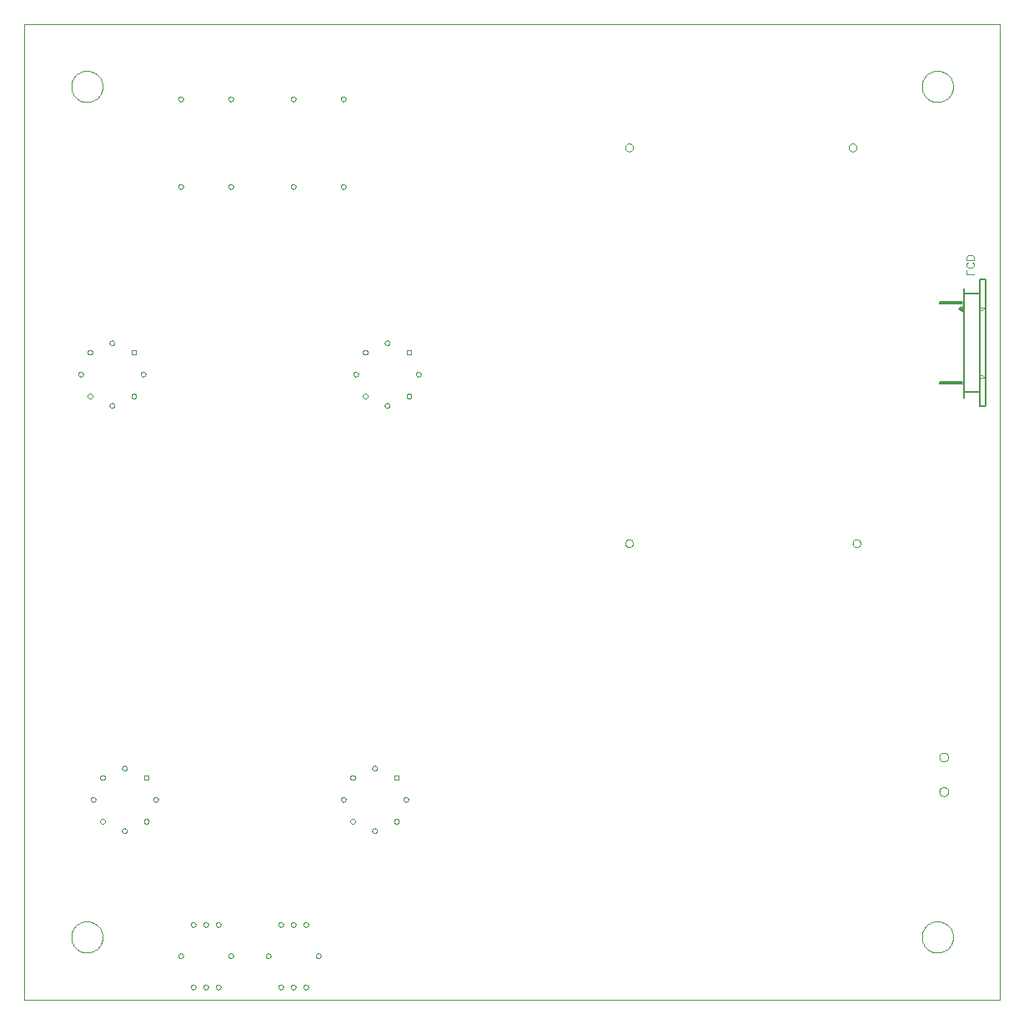
<source format=gbo>
G75*
G70*
%OFA0B0*%
%FSLAX24Y24*%
%IPPOS*%
%LPD*%
%AMOC8*
5,1,8,0,0,1.08239X$1,22.5*
%
%ADD10C,0.0000*%
%ADD11C,0.0080*%
%ADD12C,0.0040*%
D10*
X000504Y000161D02*
X000504Y039161D01*
X039504Y039161D01*
X039504Y000161D01*
X000504Y000161D01*
X002379Y002661D02*
X002381Y002711D01*
X002387Y002760D01*
X002397Y002809D01*
X002410Y002856D01*
X002428Y002903D01*
X002449Y002948D01*
X002473Y002991D01*
X002501Y003032D01*
X002532Y003071D01*
X002566Y003107D01*
X002603Y003141D01*
X002643Y003171D01*
X002684Y003198D01*
X002728Y003222D01*
X002773Y003242D01*
X002820Y003258D01*
X002868Y003271D01*
X002917Y003280D01*
X002967Y003285D01*
X003016Y003286D01*
X003066Y003283D01*
X003115Y003276D01*
X003164Y003265D01*
X003211Y003251D01*
X003257Y003232D01*
X003302Y003210D01*
X003345Y003185D01*
X003385Y003156D01*
X003423Y003124D01*
X003459Y003090D01*
X003492Y003052D01*
X003521Y003012D01*
X003547Y002970D01*
X003570Y002926D01*
X003589Y002880D01*
X003605Y002833D01*
X003617Y002784D01*
X003625Y002735D01*
X003629Y002686D01*
X003629Y002636D01*
X003625Y002587D01*
X003617Y002538D01*
X003605Y002489D01*
X003589Y002442D01*
X003570Y002396D01*
X003547Y002352D01*
X003521Y002310D01*
X003492Y002270D01*
X003459Y002232D01*
X003423Y002198D01*
X003385Y002166D01*
X003345Y002137D01*
X003302Y002112D01*
X003257Y002090D01*
X003211Y002071D01*
X003164Y002057D01*
X003115Y002046D01*
X003066Y002039D01*
X003016Y002036D01*
X002967Y002037D01*
X002917Y002042D01*
X002868Y002051D01*
X002820Y002064D01*
X002773Y002080D01*
X002728Y002100D01*
X002684Y002124D01*
X002643Y002151D01*
X002603Y002181D01*
X002566Y002215D01*
X002532Y002251D01*
X002501Y002290D01*
X002473Y002331D01*
X002449Y002374D01*
X002428Y002419D01*
X002410Y002466D01*
X002397Y002513D01*
X002387Y002562D01*
X002381Y002611D01*
X002379Y002661D01*
X004406Y006911D02*
X004408Y006930D01*
X004413Y006949D01*
X004423Y006965D01*
X004435Y006980D01*
X004450Y006992D01*
X004466Y007002D01*
X004485Y007007D01*
X004504Y007009D01*
X004523Y007007D01*
X004542Y007002D01*
X004558Y006992D01*
X004573Y006980D01*
X004585Y006965D01*
X004595Y006949D01*
X004600Y006930D01*
X004602Y006911D01*
X004600Y006892D01*
X004595Y006873D01*
X004585Y006857D01*
X004573Y006842D01*
X004558Y006830D01*
X004542Y006820D01*
X004523Y006815D01*
X004504Y006813D01*
X004485Y006815D01*
X004466Y006820D01*
X004450Y006830D01*
X004435Y006842D01*
X004423Y006857D01*
X004413Y006873D01*
X004408Y006892D01*
X004406Y006911D01*
X003531Y007286D02*
X003533Y007305D01*
X003538Y007324D01*
X003548Y007340D01*
X003560Y007355D01*
X003575Y007367D01*
X003591Y007377D01*
X003610Y007382D01*
X003629Y007384D01*
X003648Y007382D01*
X003667Y007377D01*
X003683Y007367D01*
X003698Y007355D01*
X003710Y007340D01*
X003720Y007324D01*
X003725Y007305D01*
X003727Y007286D01*
X003725Y007267D01*
X003720Y007248D01*
X003710Y007232D01*
X003698Y007217D01*
X003683Y007205D01*
X003667Y007195D01*
X003648Y007190D01*
X003629Y007188D01*
X003610Y007190D01*
X003591Y007195D01*
X003575Y007205D01*
X003560Y007217D01*
X003548Y007232D01*
X003538Y007248D01*
X003533Y007267D01*
X003531Y007286D01*
X003156Y008161D02*
X003158Y008180D01*
X003163Y008199D01*
X003173Y008215D01*
X003185Y008230D01*
X003200Y008242D01*
X003216Y008252D01*
X003235Y008257D01*
X003254Y008259D01*
X003273Y008257D01*
X003292Y008252D01*
X003308Y008242D01*
X003323Y008230D01*
X003335Y008215D01*
X003345Y008199D01*
X003350Y008180D01*
X003352Y008161D01*
X003350Y008142D01*
X003345Y008123D01*
X003335Y008107D01*
X003323Y008092D01*
X003308Y008080D01*
X003292Y008070D01*
X003273Y008065D01*
X003254Y008063D01*
X003235Y008065D01*
X003216Y008070D01*
X003200Y008080D01*
X003185Y008092D01*
X003173Y008107D01*
X003163Y008123D01*
X003158Y008142D01*
X003156Y008161D01*
X003531Y009036D02*
X003533Y009055D01*
X003538Y009074D01*
X003548Y009090D01*
X003560Y009105D01*
X003575Y009117D01*
X003591Y009127D01*
X003610Y009132D01*
X003629Y009134D01*
X003648Y009132D01*
X003667Y009127D01*
X003683Y009117D01*
X003698Y009105D01*
X003710Y009090D01*
X003720Y009074D01*
X003725Y009055D01*
X003727Y009036D01*
X003725Y009017D01*
X003720Y008998D01*
X003710Y008982D01*
X003698Y008967D01*
X003683Y008955D01*
X003667Y008945D01*
X003648Y008940D01*
X003629Y008938D01*
X003610Y008940D01*
X003591Y008945D01*
X003575Y008955D01*
X003560Y008967D01*
X003548Y008982D01*
X003538Y008998D01*
X003533Y009017D01*
X003531Y009036D01*
X004406Y009411D02*
X004408Y009430D01*
X004413Y009449D01*
X004423Y009465D01*
X004435Y009480D01*
X004450Y009492D01*
X004466Y009502D01*
X004485Y009507D01*
X004504Y009509D01*
X004523Y009507D01*
X004542Y009502D01*
X004558Y009492D01*
X004573Y009480D01*
X004585Y009465D01*
X004595Y009449D01*
X004600Y009430D01*
X004602Y009411D01*
X004600Y009392D01*
X004595Y009373D01*
X004585Y009357D01*
X004573Y009342D01*
X004558Y009330D01*
X004542Y009320D01*
X004523Y009315D01*
X004504Y009313D01*
X004485Y009315D01*
X004466Y009320D01*
X004450Y009330D01*
X004435Y009342D01*
X004423Y009357D01*
X004413Y009373D01*
X004408Y009392D01*
X004406Y009411D01*
X005281Y009036D02*
X005283Y009055D01*
X005288Y009074D01*
X005298Y009090D01*
X005310Y009105D01*
X005325Y009117D01*
X005341Y009127D01*
X005360Y009132D01*
X005379Y009134D01*
X005398Y009132D01*
X005417Y009127D01*
X005433Y009117D01*
X005448Y009105D01*
X005460Y009090D01*
X005470Y009074D01*
X005475Y009055D01*
X005477Y009036D01*
X005475Y009017D01*
X005470Y008998D01*
X005460Y008982D01*
X005448Y008967D01*
X005433Y008955D01*
X005417Y008945D01*
X005398Y008940D01*
X005379Y008938D01*
X005360Y008940D01*
X005341Y008945D01*
X005325Y008955D01*
X005310Y008967D01*
X005298Y008982D01*
X005288Y008998D01*
X005283Y009017D01*
X005281Y009036D01*
X005656Y008161D02*
X005658Y008180D01*
X005663Y008199D01*
X005673Y008215D01*
X005685Y008230D01*
X005700Y008242D01*
X005716Y008252D01*
X005735Y008257D01*
X005754Y008259D01*
X005773Y008257D01*
X005792Y008252D01*
X005808Y008242D01*
X005823Y008230D01*
X005835Y008215D01*
X005845Y008199D01*
X005850Y008180D01*
X005852Y008161D01*
X005850Y008142D01*
X005845Y008123D01*
X005835Y008107D01*
X005823Y008092D01*
X005808Y008080D01*
X005792Y008070D01*
X005773Y008065D01*
X005754Y008063D01*
X005735Y008065D01*
X005716Y008070D01*
X005700Y008080D01*
X005685Y008092D01*
X005673Y008107D01*
X005663Y008123D01*
X005658Y008142D01*
X005656Y008161D01*
X005281Y007286D02*
X005283Y007305D01*
X005288Y007324D01*
X005298Y007340D01*
X005310Y007355D01*
X005325Y007367D01*
X005341Y007377D01*
X005360Y007382D01*
X005379Y007384D01*
X005398Y007382D01*
X005417Y007377D01*
X005433Y007367D01*
X005448Y007355D01*
X005460Y007340D01*
X005470Y007324D01*
X005475Y007305D01*
X005477Y007286D01*
X005475Y007267D01*
X005470Y007248D01*
X005460Y007232D01*
X005448Y007217D01*
X005433Y007205D01*
X005417Y007195D01*
X005398Y007190D01*
X005379Y007188D01*
X005360Y007190D01*
X005341Y007195D01*
X005325Y007205D01*
X005310Y007217D01*
X005298Y007232D01*
X005288Y007248D01*
X005283Y007267D01*
X005281Y007286D01*
X007156Y003161D02*
X007158Y003180D01*
X007163Y003199D01*
X007173Y003215D01*
X007185Y003230D01*
X007200Y003242D01*
X007216Y003252D01*
X007235Y003257D01*
X007254Y003259D01*
X007273Y003257D01*
X007292Y003252D01*
X007308Y003242D01*
X007323Y003230D01*
X007335Y003215D01*
X007345Y003199D01*
X007350Y003180D01*
X007352Y003161D01*
X007350Y003142D01*
X007345Y003123D01*
X007335Y003107D01*
X007323Y003092D01*
X007308Y003080D01*
X007292Y003070D01*
X007273Y003065D01*
X007254Y003063D01*
X007235Y003065D01*
X007216Y003070D01*
X007200Y003080D01*
X007185Y003092D01*
X007173Y003107D01*
X007163Y003123D01*
X007158Y003142D01*
X007156Y003161D01*
X007656Y003161D02*
X007658Y003180D01*
X007663Y003199D01*
X007673Y003215D01*
X007685Y003230D01*
X007700Y003242D01*
X007716Y003252D01*
X007735Y003257D01*
X007754Y003259D01*
X007773Y003257D01*
X007792Y003252D01*
X007808Y003242D01*
X007823Y003230D01*
X007835Y003215D01*
X007845Y003199D01*
X007850Y003180D01*
X007852Y003161D01*
X007850Y003142D01*
X007845Y003123D01*
X007835Y003107D01*
X007823Y003092D01*
X007808Y003080D01*
X007792Y003070D01*
X007773Y003065D01*
X007754Y003063D01*
X007735Y003065D01*
X007716Y003070D01*
X007700Y003080D01*
X007685Y003092D01*
X007673Y003107D01*
X007663Y003123D01*
X007658Y003142D01*
X007656Y003161D01*
X008156Y003161D02*
X008158Y003180D01*
X008163Y003199D01*
X008173Y003215D01*
X008185Y003230D01*
X008200Y003242D01*
X008216Y003252D01*
X008235Y003257D01*
X008254Y003259D01*
X008273Y003257D01*
X008292Y003252D01*
X008308Y003242D01*
X008323Y003230D01*
X008335Y003215D01*
X008345Y003199D01*
X008350Y003180D01*
X008352Y003161D01*
X008350Y003142D01*
X008345Y003123D01*
X008335Y003107D01*
X008323Y003092D01*
X008308Y003080D01*
X008292Y003070D01*
X008273Y003065D01*
X008254Y003063D01*
X008235Y003065D01*
X008216Y003070D01*
X008200Y003080D01*
X008185Y003092D01*
X008173Y003107D01*
X008163Y003123D01*
X008158Y003142D01*
X008156Y003161D01*
X008656Y001911D02*
X008658Y001930D01*
X008663Y001949D01*
X008673Y001965D01*
X008685Y001980D01*
X008700Y001992D01*
X008716Y002002D01*
X008735Y002007D01*
X008754Y002009D01*
X008773Y002007D01*
X008792Y002002D01*
X008808Y001992D01*
X008823Y001980D01*
X008835Y001965D01*
X008845Y001949D01*
X008850Y001930D01*
X008852Y001911D01*
X008850Y001892D01*
X008845Y001873D01*
X008835Y001857D01*
X008823Y001842D01*
X008808Y001830D01*
X008792Y001820D01*
X008773Y001815D01*
X008754Y001813D01*
X008735Y001815D01*
X008716Y001820D01*
X008700Y001830D01*
X008685Y001842D01*
X008673Y001857D01*
X008663Y001873D01*
X008658Y001892D01*
X008656Y001911D01*
X008156Y000661D02*
X008158Y000680D01*
X008163Y000699D01*
X008173Y000715D01*
X008185Y000730D01*
X008200Y000742D01*
X008216Y000752D01*
X008235Y000757D01*
X008254Y000759D01*
X008273Y000757D01*
X008292Y000752D01*
X008308Y000742D01*
X008323Y000730D01*
X008335Y000715D01*
X008345Y000699D01*
X008350Y000680D01*
X008352Y000661D01*
X008350Y000642D01*
X008345Y000623D01*
X008335Y000607D01*
X008323Y000592D01*
X008308Y000580D01*
X008292Y000570D01*
X008273Y000565D01*
X008254Y000563D01*
X008235Y000565D01*
X008216Y000570D01*
X008200Y000580D01*
X008185Y000592D01*
X008173Y000607D01*
X008163Y000623D01*
X008158Y000642D01*
X008156Y000661D01*
X007656Y000661D02*
X007658Y000680D01*
X007663Y000699D01*
X007673Y000715D01*
X007685Y000730D01*
X007700Y000742D01*
X007716Y000752D01*
X007735Y000757D01*
X007754Y000759D01*
X007773Y000757D01*
X007792Y000752D01*
X007808Y000742D01*
X007823Y000730D01*
X007835Y000715D01*
X007845Y000699D01*
X007850Y000680D01*
X007852Y000661D01*
X007850Y000642D01*
X007845Y000623D01*
X007835Y000607D01*
X007823Y000592D01*
X007808Y000580D01*
X007792Y000570D01*
X007773Y000565D01*
X007754Y000563D01*
X007735Y000565D01*
X007716Y000570D01*
X007700Y000580D01*
X007685Y000592D01*
X007673Y000607D01*
X007663Y000623D01*
X007658Y000642D01*
X007656Y000661D01*
X007156Y000661D02*
X007158Y000680D01*
X007163Y000699D01*
X007173Y000715D01*
X007185Y000730D01*
X007200Y000742D01*
X007216Y000752D01*
X007235Y000757D01*
X007254Y000759D01*
X007273Y000757D01*
X007292Y000752D01*
X007308Y000742D01*
X007323Y000730D01*
X007335Y000715D01*
X007345Y000699D01*
X007350Y000680D01*
X007352Y000661D01*
X007350Y000642D01*
X007345Y000623D01*
X007335Y000607D01*
X007323Y000592D01*
X007308Y000580D01*
X007292Y000570D01*
X007273Y000565D01*
X007254Y000563D01*
X007235Y000565D01*
X007216Y000570D01*
X007200Y000580D01*
X007185Y000592D01*
X007173Y000607D01*
X007163Y000623D01*
X007158Y000642D01*
X007156Y000661D01*
X006656Y001911D02*
X006658Y001930D01*
X006663Y001949D01*
X006673Y001965D01*
X006685Y001980D01*
X006700Y001992D01*
X006716Y002002D01*
X006735Y002007D01*
X006754Y002009D01*
X006773Y002007D01*
X006792Y002002D01*
X006808Y001992D01*
X006823Y001980D01*
X006835Y001965D01*
X006845Y001949D01*
X006850Y001930D01*
X006852Y001911D01*
X006850Y001892D01*
X006845Y001873D01*
X006835Y001857D01*
X006823Y001842D01*
X006808Y001830D01*
X006792Y001820D01*
X006773Y001815D01*
X006754Y001813D01*
X006735Y001815D01*
X006716Y001820D01*
X006700Y001830D01*
X006685Y001842D01*
X006673Y001857D01*
X006663Y001873D01*
X006658Y001892D01*
X006656Y001911D01*
X010156Y001911D02*
X010158Y001930D01*
X010163Y001949D01*
X010173Y001965D01*
X010185Y001980D01*
X010200Y001992D01*
X010216Y002002D01*
X010235Y002007D01*
X010254Y002009D01*
X010273Y002007D01*
X010292Y002002D01*
X010308Y001992D01*
X010323Y001980D01*
X010335Y001965D01*
X010345Y001949D01*
X010350Y001930D01*
X010352Y001911D01*
X010350Y001892D01*
X010345Y001873D01*
X010335Y001857D01*
X010323Y001842D01*
X010308Y001830D01*
X010292Y001820D01*
X010273Y001815D01*
X010254Y001813D01*
X010235Y001815D01*
X010216Y001820D01*
X010200Y001830D01*
X010185Y001842D01*
X010173Y001857D01*
X010163Y001873D01*
X010158Y001892D01*
X010156Y001911D01*
X010656Y000661D02*
X010658Y000680D01*
X010663Y000699D01*
X010673Y000715D01*
X010685Y000730D01*
X010700Y000742D01*
X010716Y000752D01*
X010735Y000757D01*
X010754Y000759D01*
X010773Y000757D01*
X010792Y000752D01*
X010808Y000742D01*
X010823Y000730D01*
X010835Y000715D01*
X010845Y000699D01*
X010850Y000680D01*
X010852Y000661D01*
X010850Y000642D01*
X010845Y000623D01*
X010835Y000607D01*
X010823Y000592D01*
X010808Y000580D01*
X010792Y000570D01*
X010773Y000565D01*
X010754Y000563D01*
X010735Y000565D01*
X010716Y000570D01*
X010700Y000580D01*
X010685Y000592D01*
X010673Y000607D01*
X010663Y000623D01*
X010658Y000642D01*
X010656Y000661D01*
X011156Y000661D02*
X011158Y000680D01*
X011163Y000699D01*
X011173Y000715D01*
X011185Y000730D01*
X011200Y000742D01*
X011216Y000752D01*
X011235Y000757D01*
X011254Y000759D01*
X011273Y000757D01*
X011292Y000752D01*
X011308Y000742D01*
X011323Y000730D01*
X011335Y000715D01*
X011345Y000699D01*
X011350Y000680D01*
X011352Y000661D01*
X011350Y000642D01*
X011345Y000623D01*
X011335Y000607D01*
X011323Y000592D01*
X011308Y000580D01*
X011292Y000570D01*
X011273Y000565D01*
X011254Y000563D01*
X011235Y000565D01*
X011216Y000570D01*
X011200Y000580D01*
X011185Y000592D01*
X011173Y000607D01*
X011163Y000623D01*
X011158Y000642D01*
X011156Y000661D01*
X011656Y000661D02*
X011658Y000680D01*
X011663Y000699D01*
X011673Y000715D01*
X011685Y000730D01*
X011700Y000742D01*
X011716Y000752D01*
X011735Y000757D01*
X011754Y000759D01*
X011773Y000757D01*
X011792Y000752D01*
X011808Y000742D01*
X011823Y000730D01*
X011835Y000715D01*
X011845Y000699D01*
X011850Y000680D01*
X011852Y000661D01*
X011850Y000642D01*
X011845Y000623D01*
X011835Y000607D01*
X011823Y000592D01*
X011808Y000580D01*
X011792Y000570D01*
X011773Y000565D01*
X011754Y000563D01*
X011735Y000565D01*
X011716Y000570D01*
X011700Y000580D01*
X011685Y000592D01*
X011673Y000607D01*
X011663Y000623D01*
X011658Y000642D01*
X011656Y000661D01*
X012156Y001911D02*
X012158Y001930D01*
X012163Y001949D01*
X012173Y001965D01*
X012185Y001980D01*
X012200Y001992D01*
X012216Y002002D01*
X012235Y002007D01*
X012254Y002009D01*
X012273Y002007D01*
X012292Y002002D01*
X012308Y001992D01*
X012323Y001980D01*
X012335Y001965D01*
X012345Y001949D01*
X012350Y001930D01*
X012352Y001911D01*
X012350Y001892D01*
X012345Y001873D01*
X012335Y001857D01*
X012323Y001842D01*
X012308Y001830D01*
X012292Y001820D01*
X012273Y001815D01*
X012254Y001813D01*
X012235Y001815D01*
X012216Y001820D01*
X012200Y001830D01*
X012185Y001842D01*
X012173Y001857D01*
X012163Y001873D01*
X012158Y001892D01*
X012156Y001911D01*
X011656Y003161D02*
X011658Y003180D01*
X011663Y003199D01*
X011673Y003215D01*
X011685Y003230D01*
X011700Y003242D01*
X011716Y003252D01*
X011735Y003257D01*
X011754Y003259D01*
X011773Y003257D01*
X011792Y003252D01*
X011808Y003242D01*
X011823Y003230D01*
X011835Y003215D01*
X011845Y003199D01*
X011850Y003180D01*
X011852Y003161D01*
X011850Y003142D01*
X011845Y003123D01*
X011835Y003107D01*
X011823Y003092D01*
X011808Y003080D01*
X011792Y003070D01*
X011773Y003065D01*
X011754Y003063D01*
X011735Y003065D01*
X011716Y003070D01*
X011700Y003080D01*
X011685Y003092D01*
X011673Y003107D01*
X011663Y003123D01*
X011658Y003142D01*
X011656Y003161D01*
X011156Y003161D02*
X011158Y003180D01*
X011163Y003199D01*
X011173Y003215D01*
X011185Y003230D01*
X011200Y003242D01*
X011216Y003252D01*
X011235Y003257D01*
X011254Y003259D01*
X011273Y003257D01*
X011292Y003252D01*
X011308Y003242D01*
X011323Y003230D01*
X011335Y003215D01*
X011345Y003199D01*
X011350Y003180D01*
X011352Y003161D01*
X011350Y003142D01*
X011345Y003123D01*
X011335Y003107D01*
X011323Y003092D01*
X011308Y003080D01*
X011292Y003070D01*
X011273Y003065D01*
X011254Y003063D01*
X011235Y003065D01*
X011216Y003070D01*
X011200Y003080D01*
X011185Y003092D01*
X011173Y003107D01*
X011163Y003123D01*
X011158Y003142D01*
X011156Y003161D01*
X010656Y003161D02*
X010658Y003180D01*
X010663Y003199D01*
X010673Y003215D01*
X010685Y003230D01*
X010700Y003242D01*
X010716Y003252D01*
X010735Y003257D01*
X010754Y003259D01*
X010773Y003257D01*
X010792Y003252D01*
X010808Y003242D01*
X010823Y003230D01*
X010835Y003215D01*
X010845Y003199D01*
X010850Y003180D01*
X010852Y003161D01*
X010850Y003142D01*
X010845Y003123D01*
X010835Y003107D01*
X010823Y003092D01*
X010808Y003080D01*
X010792Y003070D01*
X010773Y003065D01*
X010754Y003063D01*
X010735Y003065D01*
X010716Y003070D01*
X010700Y003080D01*
X010685Y003092D01*
X010673Y003107D01*
X010663Y003123D01*
X010658Y003142D01*
X010656Y003161D01*
X013531Y007286D02*
X013533Y007305D01*
X013538Y007324D01*
X013548Y007340D01*
X013560Y007355D01*
X013575Y007367D01*
X013591Y007377D01*
X013610Y007382D01*
X013629Y007384D01*
X013648Y007382D01*
X013667Y007377D01*
X013683Y007367D01*
X013698Y007355D01*
X013710Y007340D01*
X013720Y007324D01*
X013725Y007305D01*
X013727Y007286D01*
X013725Y007267D01*
X013720Y007248D01*
X013710Y007232D01*
X013698Y007217D01*
X013683Y007205D01*
X013667Y007195D01*
X013648Y007190D01*
X013629Y007188D01*
X013610Y007190D01*
X013591Y007195D01*
X013575Y007205D01*
X013560Y007217D01*
X013548Y007232D01*
X013538Y007248D01*
X013533Y007267D01*
X013531Y007286D01*
X013156Y008161D02*
X013158Y008180D01*
X013163Y008199D01*
X013173Y008215D01*
X013185Y008230D01*
X013200Y008242D01*
X013216Y008252D01*
X013235Y008257D01*
X013254Y008259D01*
X013273Y008257D01*
X013292Y008252D01*
X013308Y008242D01*
X013323Y008230D01*
X013335Y008215D01*
X013345Y008199D01*
X013350Y008180D01*
X013352Y008161D01*
X013350Y008142D01*
X013345Y008123D01*
X013335Y008107D01*
X013323Y008092D01*
X013308Y008080D01*
X013292Y008070D01*
X013273Y008065D01*
X013254Y008063D01*
X013235Y008065D01*
X013216Y008070D01*
X013200Y008080D01*
X013185Y008092D01*
X013173Y008107D01*
X013163Y008123D01*
X013158Y008142D01*
X013156Y008161D01*
X013531Y009036D02*
X013533Y009055D01*
X013538Y009074D01*
X013548Y009090D01*
X013560Y009105D01*
X013575Y009117D01*
X013591Y009127D01*
X013610Y009132D01*
X013629Y009134D01*
X013648Y009132D01*
X013667Y009127D01*
X013683Y009117D01*
X013698Y009105D01*
X013710Y009090D01*
X013720Y009074D01*
X013725Y009055D01*
X013727Y009036D01*
X013725Y009017D01*
X013720Y008998D01*
X013710Y008982D01*
X013698Y008967D01*
X013683Y008955D01*
X013667Y008945D01*
X013648Y008940D01*
X013629Y008938D01*
X013610Y008940D01*
X013591Y008945D01*
X013575Y008955D01*
X013560Y008967D01*
X013548Y008982D01*
X013538Y008998D01*
X013533Y009017D01*
X013531Y009036D01*
X014406Y009411D02*
X014408Y009430D01*
X014413Y009449D01*
X014423Y009465D01*
X014435Y009480D01*
X014450Y009492D01*
X014466Y009502D01*
X014485Y009507D01*
X014504Y009509D01*
X014523Y009507D01*
X014542Y009502D01*
X014558Y009492D01*
X014573Y009480D01*
X014585Y009465D01*
X014595Y009449D01*
X014600Y009430D01*
X014602Y009411D01*
X014600Y009392D01*
X014595Y009373D01*
X014585Y009357D01*
X014573Y009342D01*
X014558Y009330D01*
X014542Y009320D01*
X014523Y009315D01*
X014504Y009313D01*
X014485Y009315D01*
X014466Y009320D01*
X014450Y009330D01*
X014435Y009342D01*
X014423Y009357D01*
X014413Y009373D01*
X014408Y009392D01*
X014406Y009411D01*
X015281Y009036D02*
X015283Y009055D01*
X015288Y009074D01*
X015298Y009090D01*
X015310Y009105D01*
X015325Y009117D01*
X015341Y009127D01*
X015360Y009132D01*
X015379Y009134D01*
X015398Y009132D01*
X015417Y009127D01*
X015433Y009117D01*
X015448Y009105D01*
X015460Y009090D01*
X015470Y009074D01*
X015475Y009055D01*
X015477Y009036D01*
X015475Y009017D01*
X015470Y008998D01*
X015460Y008982D01*
X015448Y008967D01*
X015433Y008955D01*
X015417Y008945D01*
X015398Y008940D01*
X015379Y008938D01*
X015360Y008940D01*
X015341Y008945D01*
X015325Y008955D01*
X015310Y008967D01*
X015298Y008982D01*
X015288Y008998D01*
X015283Y009017D01*
X015281Y009036D01*
X015656Y008161D02*
X015658Y008180D01*
X015663Y008199D01*
X015673Y008215D01*
X015685Y008230D01*
X015700Y008242D01*
X015716Y008252D01*
X015735Y008257D01*
X015754Y008259D01*
X015773Y008257D01*
X015792Y008252D01*
X015808Y008242D01*
X015823Y008230D01*
X015835Y008215D01*
X015845Y008199D01*
X015850Y008180D01*
X015852Y008161D01*
X015850Y008142D01*
X015845Y008123D01*
X015835Y008107D01*
X015823Y008092D01*
X015808Y008080D01*
X015792Y008070D01*
X015773Y008065D01*
X015754Y008063D01*
X015735Y008065D01*
X015716Y008070D01*
X015700Y008080D01*
X015685Y008092D01*
X015673Y008107D01*
X015663Y008123D01*
X015658Y008142D01*
X015656Y008161D01*
X015281Y007286D02*
X015283Y007305D01*
X015288Y007324D01*
X015298Y007340D01*
X015310Y007355D01*
X015325Y007367D01*
X015341Y007377D01*
X015360Y007382D01*
X015379Y007384D01*
X015398Y007382D01*
X015417Y007377D01*
X015433Y007367D01*
X015448Y007355D01*
X015460Y007340D01*
X015470Y007324D01*
X015475Y007305D01*
X015477Y007286D01*
X015475Y007267D01*
X015470Y007248D01*
X015460Y007232D01*
X015448Y007217D01*
X015433Y007205D01*
X015417Y007195D01*
X015398Y007190D01*
X015379Y007188D01*
X015360Y007190D01*
X015341Y007195D01*
X015325Y007205D01*
X015310Y007217D01*
X015298Y007232D01*
X015288Y007248D01*
X015283Y007267D01*
X015281Y007286D01*
X014406Y006911D02*
X014408Y006930D01*
X014413Y006949D01*
X014423Y006965D01*
X014435Y006980D01*
X014450Y006992D01*
X014466Y007002D01*
X014485Y007007D01*
X014504Y007009D01*
X014523Y007007D01*
X014542Y007002D01*
X014558Y006992D01*
X014573Y006980D01*
X014585Y006965D01*
X014595Y006949D01*
X014600Y006930D01*
X014602Y006911D01*
X014600Y006892D01*
X014595Y006873D01*
X014585Y006857D01*
X014573Y006842D01*
X014558Y006830D01*
X014542Y006820D01*
X014523Y006815D01*
X014504Y006813D01*
X014485Y006815D01*
X014466Y006820D01*
X014450Y006830D01*
X014435Y006842D01*
X014423Y006857D01*
X014413Y006873D01*
X014408Y006892D01*
X014406Y006911D01*
X024516Y018397D02*
X024518Y018422D01*
X024524Y018446D01*
X024533Y018468D01*
X024546Y018489D01*
X024562Y018508D01*
X024581Y018524D01*
X024602Y018537D01*
X024624Y018546D01*
X024648Y018552D01*
X024673Y018554D01*
X024698Y018552D01*
X024722Y018546D01*
X024744Y018537D01*
X024765Y018524D01*
X024784Y018508D01*
X024800Y018489D01*
X024813Y018468D01*
X024822Y018446D01*
X024828Y018422D01*
X024830Y018397D01*
X024828Y018372D01*
X024822Y018348D01*
X024813Y018326D01*
X024800Y018305D01*
X024784Y018286D01*
X024765Y018270D01*
X024744Y018257D01*
X024722Y018248D01*
X024698Y018242D01*
X024673Y018240D01*
X024648Y018242D01*
X024624Y018248D01*
X024602Y018257D01*
X024581Y018270D01*
X024562Y018286D01*
X024546Y018305D01*
X024533Y018326D01*
X024524Y018348D01*
X024518Y018372D01*
X024516Y018397D01*
X016156Y025161D02*
X016158Y025180D01*
X016163Y025199D01*
X016173Y025215D01*
X016185Y025230D01*
X016200Y025242D01*
X016216Y025252D01*
X016235Y025257D01*
X016254Y025259D01*
X016273Y025257D01*
X016292Y025252D01*
X016308Y025242D01*
X016323Y025230D01*
X016335Y025215D01*
X016345Y025199D01*
X016350Y025180D01*
X016352Y025161D01*
X016350Y025142D01*
X016345Y025123D01*
X016335Y025107D01*
X016323Y025092D01*
X016308Y025080D01*
X016292Y025070D01*
X016273Y025065D01*
X016254Y025063D01*
X016235Y025065D01*
X016216Y025070D01*
X016200Y025080D01*
X016185Y025092D01*
X016173Y025107D01*
X016163Y025123D01*
X016158Y025142D01*
X016156Y025161D01*
X015781Y024286D02*
X015783Y024305D01*
X015788Y024324D01*
X015798Y024340D01*
X015810Y024355D01*
X015825Y024367D01*
X015841Y024377D01*
X015860Y024382D01*
X015879Y024384D01*
X015898Y024382D01*
X015917Y024377D01*
X015933Y024367D01*
X015948Y024355D01*
X015960Y024340D01*
X015970Y024324D01*
X015975Y024305D01*
X015977Y024286D01*
X015975Y024267D01*
X015970Y024248D01*
X015960Y024232D01*
X015948Y024217D01*
X015933Y024205D01*
X015917Y024195D01*
X015898Y024190D01*
X015879Y024188D01*
X015860Y024190D01*
X015841Y024195D01*
X015825Y024205D01*
X015810Y024217D01*
X015798Y024232D01*
X015788Y024248D01*
X015783Y024267D01*
X015781Y024286D01*
X014906Y023911D02*
X014908Y023930D01*
X014913Y023949D01*
X014923Y023965D01*
X014935Y023980D01*
X014950Y023992D01*
X014966Y024002D01*
X014985Y024007D01*
X015004Y024009D01*
X015023Y024007D01*
X015042Y024002D01*
X015058Y023992D01*
X015073Y023980D01*
X015085Y023965D01*
X015095Y023949D01*
X015100Y023930D01*
X015102Y023911D01*
X015100Y023892D01*
X015095Y023873D01*
X015085Y023857D01*
X015073Y023842D01*
X015058Y023830D01*
X015042Y023820D01*
X015023Y023815D01*
X015004Y023813D01*
X014985Y023815D01*
X014966Y023820D01*
X014950Y023830D01*
X014935Y023842D01*
X014923Y023857D01*
X014913Y023873D01*
X014908Y023892D01*
X014906Y023911D01*
X014031Y024286D02*
X014033Y024305D01*
X014038Y024324D01*
X014048Y024340D01*
X014060Y024355D01*
X014075Y024367D01*
X014091Y024377D01*
X014110Y024382D01*
X014129Y024384D01*
X014148Y024382D01*
X014167Y024377D01*
X014183Y024367D01*
X014198Y024355D01*
X014210Y024340D01*
X014220Y024324D01*
X014225Y024305D01*
X014227Y024286D01*
X014225Y024267D01*
X014220Y024248D01*
X014210Y024232D01*
X014198Y024217D01*
X014183Y024205D01*
X014167Y024195D01*
X014148Y024190D01*
X014129Y024188D01*
X014110Y024190D01*
X014091Y024195D01*
X014075Y024205D01*
X014060Y024217D01*
X014048Y024232D01*
X014038Y024248D01*
X014033Y024267D01*
X014031Y024286D01*
X013656Y025161D02*
X013658Y025180D01*
X013663Y025199D01*
X013673Y025215D01*
X013685Y025230D01*
X013700Y025242D01*
X013716Y025252D01*
X013735Y025257D01*
X013754Y025259D01*
X013773Y025257D01*
X013792Y025252D01*
X013808Y025242D01*
X013823Y025230D01*
X013835Y025215D01*
X013845Y025199D01*
X013850Y025180D01*
X013852Y025161D01*
X013850Y025142D01*
X013845Y025123D01*
X013835Y025107D01*
X013823Y025092D01*
X013808Y025080D01*
X013792Y025070D01*
X013773Y025065D01*
X013754Y025063D01*
X013735Y025065D01*
X013716Y025070D01*
X013700Y025080D01*
X013685Y025092D01*
X013673Y025107D01*
X013663Y025123D01*
X013658Y025142D01*
X013656Y025161D01*
X014031Y026036D02*
X014033Y026055D01*
X014038Y026074D01*
X014048Y026090D01*
X014060Y026105D01*
X014075Y026117D01*
X014091Y026127D01*
X014110Y026132D01*
X014129Y026134D01*
X014148Y026132D01*
X014167Y026127D01*
X014183Y026117D01*
X014198Y026105D01*
X014210Y026090D01*
X014220Y026074D01*
X014225Y026055D01*
X014227Y026036D01*
X014225Y026017D01*
X014220Y025998D01*
X014210Y025982D01*
X014198Y025967D01*
X014183Y025955D01*
X014167Y025945D01*
X014148Y025940D01*
X014129Y025938D01*
X014110Y025940D01*
X014091Y025945D01*
X014075Y025955D01*
X014060Y025967D01*
X014048Y025982D01*
X014038Y025998D01*
X014033Y026017D01*
X014031Y026036D01*
X014906Y026411D02*
X014908Y026430D01*
X014913Y026449D01*
X014923Y026465D01*
X014935Y026480D01*
X014950Y026492D01*
X014966Y026502D01*
X014985Y026507D01*
X015004Y026509D01*
X015023Y026507D01*
X015042Y026502D01*
X015058Y026492D01*
X015073Y026480D01*
X015085Y026465D01*
X015095Y026449D01*
X015100Y026430D01*
X015102Y026411D01*
X015100Y026392D01*
X015095Y026373D01*
X015085Y026357D01*
X015073Y026342D01*
X015058Y026330D01*
X015042Y026320D01*
X015023Y026315D01*
X015004Y026313D01*
X014985Y026315D01*
X014966Y026320D01*
X014950Y026330D01*
X014935Y026342D01*
X014923Y026357D01*
X014913Y026373D01*
X014908Y026392D01*
X014906Y026411D01*
X015781Y026036D02*
X015783Y026055D01*
X015788Y026074D01*
X015798Y026090D01*
X015810Y026105D01*
X015825Y026117D01*
X015841Y026127D01*
X015860Y026132D01*
X015879Y026134D01*
X015898Y026132D01*
X015917Y026127D01*
X015933Y026117D01*
X015948Y026105D01*
X015960Y026090D01*
X015970Y026074D01*
X015975Y026055D01*
X015977Y026036D01*
X015975Y026017D01*
X015970Y025998D01*
X015960Y025982D01*
X015948Y025967D01*
X015933Y025955D01*
X015917Y025945D01*
X015898Y025940D01*
X015879Y025938D01*
X015860Y025940D01*
X015841Y025945D01*
X015825Y025955D01*
X015810Y025967D01*
X015798Y025982D01*
X015788Y025998D01*
X015783Y026017D01*
X015781Y026036D01*
X013156Y032661D02*
X013158Y032680D01*
X013163Y032699D01*
X013173Y032715D01*
X013185Y032730D01*
X013200Y032742D01*
X013216Y032752D01*
X013235Y032757D01*
X013254Y032759D01*
X013273Y032757D01*
X013292Y032752D01*
X013308Y032742D01*
X013323Y032730D01*
X013335Y032715D01*
X013345Y032699D01*
X013350Y032680D01*
X013352Y032661D01*
X013350Y032642D01*
X013345Y032623D01*
X013335Y032607D01*
X013323Y032592D01*
X013308Y032580D01*
X013292Y032570D01*
X013273Y032565D01*
X013254Y032563D01*
X013235Y032565D01*
X013216Y032570D01*
X013200Y032580D01*
X013185Y032592D01*
X013173Y032607D01*
X013163Y032623D01*
X013158Y032642D01*
X013156Y032661D01*
X011156Y032661D02*
X011158Y032680D01*
X011163Y032699D01*
X011173Y032715D01*
X011185Y032730D01*
X011200Y032742D01*
X011216Y032752D01*
X011235Y032757D01*
X011254Y032759D01*
X011273Y032757D01*
X011292Y032752D01*
X011308Y032742D01*
X011323Y032730D01*
X011335Y032715D01*
X011345Y032699D01*
X011350Y032680D01*
X011352Y032661D01*
X011350Y032642D01*
X011345Y032623D01*
X011335Y032607D01*
X011323Y032592D01*
X011308Y032580D01*
X011292Y032570D01*
X011273Y032565D01*
X011254Y032563D01*
X011235Y032565D01*
X011216Y032570D01*
X011200Y032580D01*
X011185Y032592D01*
X011173Y032607D01*
X011163Y032623D01*
X011158Y032642D01*
X011156Y032661D01*
X008656Y032661D02*
X008658Y032680D01*
X008663Y032699D01*
X008673Y032715D01*
X008685Y032730D01*
X008700Y032742D01*
X008716Y032752D01*
X008735Y032757D01*
X008754Y032759D01*
X008773Y032757D01*
X008792Y032752D01*
X008808Y032742D01*
X008823Y032730D01*
X008835Y032715D01*
X008845Y032699D01*
X008850Y032680D01*
X008852Y032661D01*
X008850Y032642D01*
X008845Y032623D01*
X008835Y032607D01*
X008823Y032592D01*
X008808Y032580D01*
X008792Y032570D01*
X008773Y032565D01*
X008754Y032563D01*
X008735Y032565D01*
X008716Y032570D01*
X008700Y032580D01*
X008685Y032592D01*
X008673Y032607D01*
X008663Y032623D01*
X008658Y032642D01*
X008656Y032661D01*
X006656Y032661D02*
X006658Y032680D01*
X006663Y032699D01*
X006673Y032715D01*
X006685Y032730D01*
X006700Y032742D01*
X006716Y032752D01*
X006735Y032757D01*
X006754Y032759D01*
X006773Y032757D01*
X006792Y032752D01*
X006808Y032742D01*
X006823Y032730D01*
X006835Y032715D01*
X006845Y032699D01*
X006850Y032680D01*
X006852Y032661D01*
X006850Y032642D01*
X006845Y032623D01*
X006835Y032607D01*
X006823Y032592D01*
X006808Y032580D01*
X006792Y032570D01*
X006773Y032565D01*
X006754Y032563D01*
X006735Y032565D01*
X006716Y032570D01*
X006700Y032580D01*
X006685Y032592D01*
X006673Y032607D01*
X006663Y032623D01*
X006658Y032642D01*
X006656Y032661D01*
X006656Y036161D02*
X006658Y036180D01*
X006663Y036199D01*
X006673Y036215D01*
X006685Y036230D01*
X006700Y036242D01*
X006716Y036252D01*
X006735Y036257D01*
X006754Y036259D01*
X006773Y036257D01*
X006792Y036252D01*
X006808Y036242D01*
X006823Y036230D01*
X006835Y036215D01*
X006845Y036199D01*
X006850Y036180D01*
X006852Y036161D01*
X006850Y036142D01*
X006845Y036123D01*
X006835Y036107D01*
X006823Y036092D01*
X006808Y036080D01*
X006792Y036070D01*
X006773Y036065D01*
X006754Y036063D01*
X006735Y036065D01*
X006716Y036070D01*
X006700Y036080D01*
X006685Y036092D01*
X006673Y036107D01*
X006663Y036123D01*
X006658Y036142D01*
X006656Y036161D01*
X008656Y036161D02*
X008658Y036180D01*
X008663Y036199D01*
X008673Y036215D01*
X008685Y036230D01*
X008700Y036242D01*
X008716Y036252D01*
X008735Y036257D01*
X008754Y036259D01*
X008773Y036257D01*
X008792Y036252D01*
X008808Y036242D01*
X008823Y036230D01*
X008835Y036215D01*
X008845Y036199D01*
X008850Y036180D01*
X008852Y036161D01*
X008850Y036142D01*
X008845Y036123D01*
X008835Y036107D01*
X008823Y036092D01*
X008808Y036080D01*
X008792Y036070D01*
X008773Y036065D01*
X008754Y036063D01*
X008735Y036065D01*
X008716Y036070D01*
X008700Y036080D01*
X008685Y036092D01*
X008673Y036107D01*
X008663Y036123D01*
X008658Y036142D01*
X008656Y036161D01*
X011156Y036161D02*
X011158Y036180D01*
X011163Y036199D01*
X011173Y036215D01*
X011185Y036230D01*
X011200Y036242D01*
X011216Y036252D01*
X011235Y036257D01*
X011254Y036259D01*
X011273Y036257D01*
X011292Y036252D01*
X011308Y036242D01*
X011323Y036230D01*
X011335Y036215D01*
X011345Y036199D01*
X011350Y036180D01*
X011352Y036161D01*
X011350Y036142D01*
X011345Y036123D01*
X011335Y036107D01*
X011323Y036092D01*
X011308Y036080D01*
X011292Y036070D01*
X011273Y036065D01*
X011254Y036063D01*
X011235Y036065D01*
X011216Y036070D01*
X011200Y036080D01*
X011185Y036092D01*
X011173Y036107D01*
X011163Y036123D01*
X011158Y036142D01*
X011156Y036161D01*
X013156Y036161D02*
X013158Y036180D01*
X013163Y036199D01*
X013173Y036215D01*
X013185Y036230D01*
X013200Y036242D01*
X013216Y036252D01*
X013235Y036257D01*
X013254Y036259D01*
X013273Y036257D01*
X013292Y036252D01*
X013308Y036242D01*
X013323Y036230D01*
X013335Y036215D01*
X013345Y036199D01*
X013350Y036180D01*
X013352Y036161D01*
X013350Y036142D01*
X013345Y036123D01*
X013335Y036107D01*
X013323Y036092D01*
X013308Y036080D01*
X013292Y036070D01*
X013273Y036065D01*
X013254Y036063D01*
X013235Y036065D01*
X013216Y036070D01*
X013200Y036080D01*
X013185Y036092D01*
X013173Y036107D01*
X013163Y036123D01*
X013158Y036142D01*
X013156Y036161D01*
X003906Y026411D02*
X003908Y026430D01*
X003913Y026449D01*
X003923Y026465D01*
X003935Y026480D01*
X003950Y026492D01*
X003966Y026502D01*
X003985Y026507D01*
X004004Y026509D01*
X004023Y026507D01*
X004042Y026502D01*
X004058Y026492D01*
X004073Y026480D01*
X004085Y026465D01*
X004095Y026449D01*
X004100Y026430D01*
X004102Y026411D01*
X004100Y026392D01*
X004095Y026373D01*
X004085Y026357D01*
X004073Y026342D01*
X004058Y026330D01*
X004042Y026320D01*
X004023Y026315D01*
X004004Y026313D01*
X003985Y026315D01*
X003966Y026320D01*
X003950Y026330D01*
X003935Y026342D01*
X003923Y026357D01*
X003913Y026373D01*
X003908Y026392D01*
X003906Y026411D01*
X003031Y026036D02*
X003033Y026055D01*
X003038Y026074D01*
X003048Y026090D01*
X003060Y026105D01*
X003075Y026117D01*
X003091Y026127D01*
X003110Y026132D01*
X003129Y026134D01*
X003148Y026132D01*
X003167Y026127D01*
X003183Y026117D01*
X003198Y026105D01*
X003210Y026090D01*
X003220Y026074D01*
X003225Y026055D01*
X003227Y026036D01*
X003225Y026017D01*
X003220Y025998D01*
X003210Y025982D01*
X003198Y025967D01*
X003183Y025955D01*
X003167Y025945D01*
X003148Y025940D01*
X003129Y025938D01*
X003110Y025940D01*
X003091Y025945D01*
X003075Y025955D01*
X003060Y025967D01*
X003048Y025982D01*
X003038Y025998D01*
X003033Y026017D01*
X003031Y026036D01*
X002656Y025161D02*
X002658Y025180D01*
X002663Y025199D01*
X002673Y025215D01*
X002685Y025230D01*
X002700Y025242D01*
X002716Y025252D01*
X002735Y025257D01*
X002754Y025259D01*
X002773Y025257D01*
X002792Y025252D01*
X002808Y025242D01*
X002823Y025230D01*
X002835Y025215D01*
X002845Y025199D01*
X002850Y025180D01*
X002852Y025161D01*
X002850Y025142D01*
X002845Y025123D01*
X002835Y025107D01*
X002823Y025092D01*
X002808Y025080D01*
X002792Y025070D01*
X002773Y025065D01*
X002754Y025063D01*
X002735Y025065D01*
X002716Y025070D01*
X002700Y025080D01*
X002685Y025092D01*
X002673Y025107D01*
X002663Y025123D01*
X002658Y025142D01*
X002656Y025161D01*
X003031Y024286D02*
X003033Y024305D01*
X003038Y024324D01*
X003048Y024340D01*
X003060Y024355D01*
X003075Y024367D01*
X003091Y024377D01*
X003110Y024382D01*
X003129Y024384D01*
X003148Y024382D01*
X003167Y024377D01*
X003183Y024367D01*
X003198Y024355D01*
X003210Y024340D01*
X003220Y024324D01*
X003225Y024305D01*
X003227Y024286D01*
X003225Y024267D01*
X003220Y024248D01*
X003210Y024232D01*
X003198Y024217D01*
X003183Y024205D01*
X003167Y024195D01*
X003148Y024190D01*
X003129Y024188D01*
X003110Y024190D01*
X003091Y024195D01*
X003075Y024205D01*
X003060Y024217D01*
X003048Y024232D01*
X003038Y024248D01*
X003033Y024267D01*
X003031Y024286D01*
X003906Y023911D02*
X003908Y023930D01*
X003913Y023949D01*
X003923Y023965D01*
X003935Y023980D01*
X003950Y023992D01*
X003966Y024002D01*
X003985Y024007D01*
X004004Y024009D01*
X004023Y024007D01*
X004042Y024002D01*
X004058Y023992D01*
X004073Y023980D01*
X004085Y023965D01*
X004095Y023949D01*
X004100Y023930D01*
X004102Y023911D01*
X004100Y023892D01*
X004095Y023873D01*
X004085Y023857D01*
X004073Y023842D01*
X004058Y023830D01*
X004042Y023820D01*
X004023Y023815D01*
X004004Y023813D01*
X003985Y023815D01*
X003966Y023820D01*
X003950Y023830D01*
X003935Y023842D01*
X003923Y023857D01*
X003913Y023873D01*
X003908Y023892D01*
X003906Y023911D01*
X004781Y024286D02*
X004783Y024305D01*
X004788Y024324D01*
X004798Y024340D01*
X004810Y024355D01*
X004825Y024367D01*
X004841Y024377D01*
X004860Y024382D01*
X004879Y024384D01*
X004898Y024382D01*
X004917Y024377D01*
X004933Y024367D01*
X004948Y024355D01*
X004960Y024340D01*
X004970Y024324D01*
X004975Y024305D01*
X004977Y024286D01*
X004975Y024267D01*
X004970Y024248D01*
X004960Y024232D01*
X004948Y024217D01*
X004933Y024205D01*
X004917Y024195D01*
X004898Y024190D01*
X004879Y024188D01*
X004860Y024190D01*
X004841Y024195D01*
X004825Y024205D01*
X004810Y024217D01*
X004798Y024232D01*
X004788Y024248D01*
X004783Y024267D01*
X004781Y024286D01*
X005156Y025161D02*
X005158Y025180D01*
X005163Y025199D01*
X005173Y025215D01*
X005185Y025230D01*
X005200Y025242D01*
X005216Y025252D01*
X005235Y025257D01*
X005254Y025259D01*
X005273Y025257D01*
X005292Y025252D01*
X005308Y025242D01*
X005323Y025230D01*
X005335Y025215D01*
X005345Y025199D01*
X005350Y025180D01*
X005352Y025161D01*
X005350Y025142D01*
X005345Y025123D01*
X005335Y025107D01*
X005323Y025092D01*
X005308Y025080D01*
X005292Y025070D01*
X005273Y025065D01*
X005254Y025063D01*
X005235Y025065D01*
X005216Y025070D01*
X005200Y025080D01*
X005185Y025092D01*
X005173Y025107D01*
X005163Y025123D01*
X005158Y025142D01*
X005156Y025161D01*
X004781Y026036D02*
X004783Y026055D01*
X004788Y026074D01*
X004798Y026090D01*
X004810Y026105D01*
X004825Y026117D01*
X004841Y026127D01*
X004860Y026132D01*
X004879Y026134D01*
X004898Y026132D01*
X004917Y026127D01*
X004933Y026117D01*
X004948Y026105D01*
X004960Y026090D01*
X004970Y026074D01*
X004975Y026055D01*
X004977Y026036D01*
X004975Y026017D01*
X004970Y025998D01*
X004960Y025982D01*
X004948Y025967D01*
X004933Y025955D01*
X004917Y025945D01*
X004898Y025940D01*
X004879Y025938D01*
X004860Y025940D01*
X004841Y025945D01*
X004825Y025955D01*
X004810Y025967D01*
X004798Y025982D01*
X004788Y025998D01*
X004783Y026017D01*
X004781Y026036D01*
X002379Y036661D02*
X002381Y036711D01*
X002387Y036760D01*
X002397Y036809D01*
X002410Y036856D01*
X002428Y036903D01*
X002449Y036948D01*
X002473Y036991D01*
X002501Y037032D01*
X002532Y037071D01*
X002566Y037107D01*
X002603Y037141D01*
X002643Y037171D01*
X002684Y037198D01*
X002728Y037222D01*
X002773Y037242D01*
X002820Y037258D01*
X002868Y037271D01*
X002917Y037280D01*
X002967Y037285D01*
X003016Y037286D01*
X003066Y037283D01*
X003115Y037276D01*
X003164Y037265D01*
X003211Y037251D01*
X003257Y037232D01*
X003302Y037210D01*
X003345Y037185D01*
X003385Y037156D01*
X003423Y037124D01*
X003459Y037090D01*
X003492Y037052D01*
X003521Y037012D01*
X003547Y036970D01*
X003570Y036926D01*
X003589Y036880D01*
X003605Y036833D01*
X003617Y036784D01*
X003625Y036735D01*
X003629Y036686D01*
X003629Y036636D01*
X003625Y036587D01*
X003617Y036538D01*
X003605Y036489D01*
X003589Y036442D01*
X003570Y036396D01*
X003547Y036352D01*
X003521Y036310D01*
X003492Y036270D01*
X003459Y036232D01*
X003423Y036198D01*
X003385Y036166D01*
X003345Y036137D01*
X003302Y036112D01*
X003257Y036090D01*
X003211Y036071D01*
X003164Y036057D01*
X003115Y036046D01*
X003066Y036039D01*
X003016Y036036D01*
X002967Y036037D01*
X002917Y036042D01*
X002868Y036051D01*
X002820Y036064D01*
X002773Y036080D01*
X002728Y036100D01*
X002684Y036124D01*
X002643Y036151D01*
X002603Y036181D01*
X002566Y036215D01*
X002532Y036251D01*
X002501Y036290D01*
X002473Y036331D01*
X002449Y036374D01*
X002428Y036419D01*
X002410Y036466D01*
X002397Y036513D01*
X002387Y036562D01*
X002381Y036611D01*
X002379Y036661D01*
X024516Y034224D02*
X024518Y034249D01*
X024524Y034273D01*
X024533Y034295D01*
X024546Y034316D01*
X024562Y034335D01*
X024581Y034351D01*
X024602Y034364D01*
X024624Y034373D01*
X024648Y034379D01*
X024673Y034381D01*
X024698Y034379D01*
X024722Y034373D01*
X024744Y034364D01*
X024765Y034351D01*
X024784Y034335D01*
X024800Y034316D01*
X024813Y034295D01*
X024822Y034273D01*
X024828Y034249D01*
X024830Y034224D01*
X024828Y034199D01*
X024822Y034175D01*
X024813Y034153D01*
X024800Y034132D01*
X024784Y034113D01*
X024765Y034097D01*
X024744Y034084D01*
X024722Y034075D01*
X024698Y034069D01*
X024673Y034067D01*
X024648Y034069D01*
X024624Y034075D01*
X024602Y034084D01*
X024581Y034097D01*
X024562Y034113D01*
X024546Y034132D01*
X024533Y034153D01*
X024524Y034175D01*
X024518Y034199D01*
X024516Y034224D01*
X033453Y034224D02*
X033455Y034249D01*
X033461Y034273D01*
X033470Y034295D01*
X033483Y034316D01*
X033499Y034335D01*
X033518Y034351D01*
X033539Y034364D01*
X033561Y034373D01*
X033585Y034379D01*
X033610Y034381D01*
X033635Y034379D01*
X033659Y034373D01*
X033681Y034364D01*
X033702Y034351D01*
X033721Y034335D01*
X033737Y034316D01*
X033750Y034295D01*
X033759Y034273D01*
X033765Y034249D01*
X033767Y034224D01*
X033765Y034199D01*
X033759Y034175D01*
X033750Y034153D01*
X033737Y034132D01*
X033721Y034113D01*
X033702Y034097D01*
X033681Y034084D01*
X033659Y034075D01*
X033635Y034069D01*
X033610Y034067D01*
X033585Y034069D01*
X033561Y034075D01*
X033539Y034084D01*
X033518Y034097D01*
X033499Y034113D01*
X033483Y034132D01*
X033470Y034153D01*
X033461Y034175D01*
X033455Y034199D01*
X033453Y034224D01*
X036379Y036661D02*
X036381Y036711D01*
X036387Y036760D01*
X036397Y036809D01*
X036410Y036856D01*
X036428Y036903D01*
X036449Y036948D01*
X036473Y036991D01*
X036501Y037032D01*
X036532Y037071D01*
X036566Y037107D01*
X036603Y037141D01*
X036643Y037171D01*
X036684Y037198D01*
X036728Y037222D01*
X036773Y037242D01*
X036820Y037258D01*
X036868Y037271D01*
X036917Y037280D01*
X036967Y037285D01*
X037016Y037286D01*
X037066Y037283D01*
X037115Y037276D01*
X037164Y037265D01*
X037211Y037251D01*
X037257Y037232D01*
X037302Y037210D01*
X037345Y037185D01*
X037385Y037156D01*
X037423Y037124D01*
X037459Y037090D01*
X037492Y037052D01*
X037521Y037012D01*
X037547Y036970D01*
X037570Y036926D01*
X037589Y036880D01*
X037605Y036833D01*
X037617Y036784D01*
X037625Y036735D01*
X037629Y036686D01*
X037629Y036636D01*
X037625Y036587D01*
X037617Y036538D01*
X037605Y036489D01*
X037589Y036442D01*
X037570Y036396D01*
X037547Y036352D01*
X037521Y036310D01*
X037492Y036270D01*
X037459Y036232D01*
X037423Y036198D01*
X037385Y036166D01*
X037345Y036137D01*
X037302Y036112D01*
X037257Y036090D01*
X037211Y036071D01*
X037164Y036057D01*
X037115Y036046D01*
X037066Y036039D01*
X037016Y036036D01*
X036967Y036037D01*
X036917Y036042D01*
X036868Y036051D01*
X036820Y036064D01*
X036773Y036080D01*
X036728Y036100D01*
X036684Y036124D01*
X036643Y036151D01*
X036603Y036181D01*
X036566Y036215D01*
X036532Y036251D01*
X036501Y036290D01*
X036473Y036331D01*
X036449Y036374D01*
X036428Y036419D01*
X036410Y036466D01*
X036397Y036513D01*
X036387Y036562D01*
X036381Y036611D01*
X036379Y036661D01*
X033611Y018397D02*
X033613Y018422D01*
X033619Y018446D01*
X033628Y018468D01*
X033641Y018489D01*
X033657Y018508D01*
X033676Y018524D01*
X033697Y018537D01*
X033719Y018546D01*
X033743Y018552D01*
X033768Y018554D01*
X033793Y018552D01*
X033817Y018546D01*
X033839Y018537D01*
X033860Y018524D01*
X033879Y018508D01*
X033895Y018489D01*
X033908Y018468D01*
X033917Y018446D01*
X033923Y018422D01*
X033925Y018397D01*
X033923Y018372D01*
X033917Y018348D01*
X033908Y018326D01*
X033895Y018305D01*
X033879Y018286D01*
X033860Y018270D01*
X033839Y018257D01*
X033817Y018248D01*
X033793Y018242D01*
X033768Y018240D01*
X033743Y018242D01*
X033719Y018248D01*
X033697Y018257D01*
X033676Y018270D01*
X033657Y018286D01*
X033641Y018305D01*
X033628Y018326D01*
X033619Y018348D01*
X033613Y018372D01*
X033611Y018397D01*
X037077Y009850D02*
X037079Y009876D01*
X037085Y009902D01*
X037095Y009927D01*
X037108Y009950D01*
X037124Y009970D01*
X037144Y009988D01*
X037166Y010003D01*
X037189Y010015D01*
X037215Y010023D01*
X037241Y010027D01*
X037267Y010027D01*
X037293Y010023D01*
X037319Y010015D01*
X037343Y010003D01*
X037364Y009988D01*
X037384Y009970D01*
X037400Y009950D01*
X037413Y009927D01*
X037423Y009902D01*
X037429Y009876D01*
X037431Y009850D01*
X037429Y009824D01*
X037423Y009798D01*
X037413Y009773D01*
X037400Y009750D01*
X037384Y009730D01*
X037364Y009712D01*
X037342Y009697D01*
X037319Y009685D01*
X037293Y009677D01*
X037267Y009673D01*
X037241Y009673D01*
X037215Y009677D01*
X037189Y009685D01*
X037165Y009697D01*
X037144Y009712D01*
X037124Y009730D01*
X037108Y009750D01*
X037095Y009773D01*
X037085Y009798D01*
X037079Y009824D01*
X037077Y009850D01*
X037077Y008472D02*
X037079Y008498D01*
X037085Y008524D01*
X037095Y008549D01*
X037108Y008572D01*
X037124Y008592D01*
X037144Y008610D01*
X037166Y008625D01*
X037189Y008637D01*
X037215Y008645D01*
X037241Y008649D01*
X037267Y008649D01*
X037293Y008645D01*
X037319Y008637D01*
X037343Y008625D01*
X037364Y008610D01*
X037384Y008592D01*
X037400Y008572D01*
X037413Y008549D01*
X037423Y008524D01*
X037429Y008498D01*
X037431Y008472D01*
X037429Y008446D01*
X037423Y008420D01*
X037413Y008395D01*
X037400Y008372D01*
X037384Y008352D01*
X037364Y008334D01*
X037342Y008319D01*
X037319Y008307D01*
X037293Y008299D01*
X037267Y008295D01*
X037241Y008295D01*
X037215Y008299D01*
X037189Y008307D01*
X037165Y008319D01*
X037144Y008334D01*
X037124Y008352D01*
X037108Y008372D01*
X037095Y008395D01*
X037085Y008420D01*
X037079Y008446D01*
X037077Y008472D01*
X036379Y002661D02*
X036381Y002711D01*
X036387Y002760D01*
X036397Y002809D01*
X036410Y002856D01*
X036428Y002903D01*
X036449Y002948D01*
X036473Y002991D01*
X036501Y003032D01*
X036532Y003071D01*
X036566Y003107D01*
X036603Y003141D01*
X036643Y003171D01*
X036684Y003198D01*
X036728Y003222D01*
X036773Y003242D01*
X036820Y003258D01*
X036868Y003271D01*
X036917Y003280D01*
X036967Y003285D01*
X037016Y003286D01*
X037066Y003283D01*
X037115Y003276D01*
X037164Y003265D01*
X037211Y003251D01*
X037257Y003232D01*
X037302Y003210D01*
X037345Y003185D01*
X037385Y003156D01*
X037423Y003124D01*
X037459Y003090D01*
X037492Y003052D01*
X037521Y003012D01*
X037547Y002970D01*
X037570Y002926D01*
X037589Y002880D01*
X037605Y002833D01*
X037617Y002784D01*
X037625Y002735D01*
X037629Y002686D01*
X037629Y002636D01*
X037625Y002587D01*
X037617Y002538D01*
X037605Y002489D01*
X037589Y002442D01*
X037570Y002396D01*
X037547Y002352D01*
X037521Y002310D01*
X037492Y002270D01*
X037459Y002232D01*
X037423Y002198D01*
X037385Y002166D01*
X037345Y002137D01*
X037302Y002112D01*
X037257Y002090D01*
X037211Y002071D01*
X037164Y002057D01*
X037115Y002046D01*
X037066Y002039D01*
X037016Y002036D01*
X036967Y002037D01*
X036917Y002042D01*
X036868Y002051D01*
X036820Y002064D01*
X036773Y002080D01*
X036728Y002100D01*
X036684Y002124D01*
X036643Y002151D01*
X036603Y002181D01*
X036566Y002215D01*
X036532Y002251D01*
X036501Y002290D01*
X036473Y002331D01*
X036449Y002374D01*
X036428Y002419D01*
X036410Y002466D01*
X036397Y002513D01*
X036387Y002562D01*
X036381Y002611D01*
X036379Y002661D01*
D11*
X038685Y023872D02*
X038685Y028951D01*
X038882Y028951D01*
X038921Y028911D01*
X038921Y023911D01*
X038882Y023872D01*
X038685Y023872D01*
X038646Y024443D02*
X038094Y024443D01*
X038055Y024226D02*
X038055Y028596D01*
X038094Y028380D02*
X038646Y028380D01*
X037996Y028045D02*
X037110Y028045D01*
X037110Y028046D02*
X037101Y028045D01*
X037092Y028040D01*
X037086Y028034D01*
X037081Y028025D01*
X037080Y028016D01*
X037081Y028007D01*
X037086Y027998D01*
X037092Y027992D01*
X037101Y027987D01*
X037110Y027986D01*
X037996Y027986D01*
X037996Y024836D02*
X037110Y024836D01*
X037110Y024837D02*
X037101Y024836D01*
X037092Y024831D01*
X037086Y024825D01*
X037081Y024816D01*
X037080Y024807D01*
X037081Y024798D01*
X037086Y024789D01*
X037092Y024783D01*
X037101Y024778D01*
X037110Y024777D01*
X037996Y024777D01*
D12*
X038724Y025014D02*
X038882Y025014D01*
X038783Y025112D01*
X038724Y025112D01*
X038783Y027710D02*
X038724Y027710D01*
X038783Y027710D02*
X038882Y027809D01*
X038724Y027809D01*
X037996Y027797D02*
X037849Y027797D01*
X037839Y027789D02*
X037976Y027691D01*
X037996Y027691D01*
X037996Y027888D01*
X037976Y027888D01*
X037839Y027789D01*
X037882Y027758D02*
X037996Y027758D01*
X037996Y027720D02*
X037936Y027720D01*
X037903Y027835D02*
X037996Y027835D01*
X037996Y027874D02*
X037957Y027874D01*
X038167Y029138D02*
X038167Y029325D01*
X038213Y029433D02*
X038167Y029479D01*
X038167Y029573D01*
X038213Y029619D01*
X038167Y029727D02*
X038167Y029867D01*
X038213Y029914D01*
X038400Y029914D01*
X038447Y029867D01*
X038447Y029727D01*
X038167Y029727D01*
X038400Y029619D02*
X038447Y029573D01*
X038447Y029479D01*
X038400Y029433D01*
X038213Y029433D01*
X038167Y029138D02*
X038447Y029138D01*
M02*

</source>
